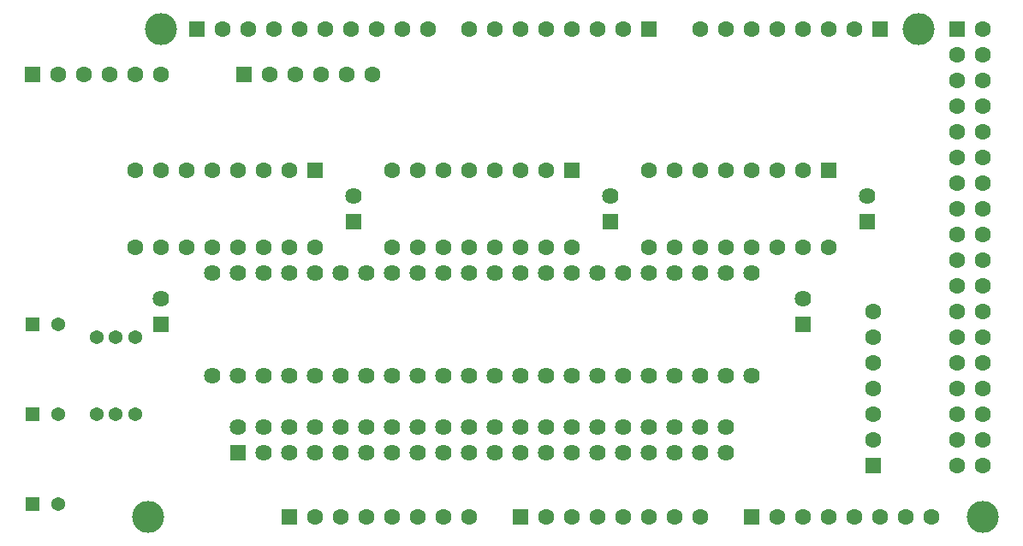
<source format=gbs>
G04 DipTrace 4.3.0.2*
G04 BottomMask.gbr*
%MOIN*%
G04 #@! TF.FileFunction,Soldermask,Bot*
G04 #@! TF.Part,Single*
%ADD26C,0.125*%
%ADD34C,0.054*%
%ADD36C,0.064*%
%ADD38C,0.063055*%
%ADD42R,0.063055X0.063055*%
%ADD44R,0.054X0.054*%
%ADD46C,0.054*%
%ADD48R,0.064X0.064*%
%ADD50C,0.064*%
%FSLAX26Y26*%
G04*
G70*
G90*
G75*
G01*
G04 BotMask*
%LPD*%
D50*
X3350000Y1350000D3*
D48*
Y1250000D3*
D50*
X2350000Y1350000D3*
D48*
Y1250000D3*
D50*
X1350000Y1350000D3*
D48*
Y1250000D3*
X600000Y850000D3*
D50*
Y950000D3*
D48*
X3100000Y850000D3*
D50*
Y950000D3*
D46*
X200000Y150000D3*
D44*
X100000D3*
D46*
X200000Y500000D3*
D44*
X100000D3*
D46*
X200000Y850000D3*
D44*
X100000D3*
D26*
X600000Y2000000D3*
X550000Y100000D3*
X3550000Y2000000D3*
X3800000Y100000D3*
D50*
X2800000Y350000D3*
X2700000D3*
X2600000D3*
X2500000D3*
X2400000D3*
X2300000D3*
X2200000D3*
X2100000D3*
X2000000D3*
X1900000D3*
X1800000D3*
X1700000D3*
X1600000D3*
X1500000D3*
X1400000D3*
X1300000D3*
X1200000D3*
X1100000D3*
X1000000D3*
D48*
X900000D3*
D50*
Y450000D3*
X1000000D3*
X1100000D3*
X1200000D3*
X1300000D3*
X1400000D3*
X1500000D3*
X1600000D3*
X1700000D3*
X1800000D3*
X1900000D3*
X2000000D3*
X2100000D3*
X2200000D3*
X2300000D3*
X2400000D3*
X2500000D3*
X2600000D3*
X2700000D3*
X2800000D3*
D42*
X2000000Y100000D3*
D38*
X2100000D3*
X2200000D3*
X2300000D3*
X2400000D3*
X2500000D3*
X2600000D3*
X2700000D3*
D42*
X1100000D3*
D38*
X1200000D3*
X1300000D3*
X1400000D3*
X1500000D3*
X1600000D3*
X1700000D3*
X1800000D3*
D42*
X2500000Y2000000D3*
D38*
X2400000D3*
X2300000D3*
X2200000D3*
X2100000D3*
X2000000D3*
X1900000D3*
X1800000D3*
D42*
X740000D3*
D38*
X840000D3*
X940000D3*
X1040000D3*
X1140000D3*
X1240000D3*
X1340000D3*
X1440000D3*
X1540000D3*
X1640000D3*
D42*
X2900000Y100000D3*
D38*
X3000000D3*
X3100000D3*
X3200000D3*
X3300000D3*
X3400000D3*
X3500000D3*
X3600000D3*
D42*
X3400000Y2000000D3*
D38*
X3300000D3*
X3200000D3*
X3100000D3*
X3000000D3*
X2900000D3*
X2800000D3*
X2700000D3*
D42*
X3700000D3*
D38*
X3800000D3*
X3700000Y1900000D3*
X3800000D3*
X3700000Y1800000D3*
X3800000D3*
X3700000Y1700000D3*
X3800000D3*
X3700000Y1600000D3*
X3800000D3*
X3700000Y1500000D3*
X3800000D3*
X3700000Y1400000D3*
X3800000D3*
X3700000Y1300000D3*
X3800000D3*
X3700000Y1200000D3*
X3800000D3*
X3700000Y1100000D3*
X3800000D3*
X3700000Y1000000D3*
X3800000D3*
X3700000Y900000D3*
X3800000D3*
X3700000Y800000D3*
X3800000D3*
X3700000Y700000D3*
X3800000D3*
X3700000Y600000D3*
X3800000D3*
X3700000Y500000D3*
X3800000D3*
X3700000Y400000D3*
X3800000D3*
X3700000Y300000D3*
X3800000D3*
D42*
X925000Y1825000D3*
D38*
X1025000D3*
X1125000D3*
X1225000D3*
X1325000D3*
X1425000D3*
D42*
X100000D3*
D38*
X200000D3*
X300000D3*
X400000D3*
X500000D3*
X600000D3*
D42*
X3375000Y300000D3*
D38*
Y400000D3*
Y500000D3*
Y600000D3*
Y700000D3*
Y800000D3*
Y900000D3*
D50*
X2900000Y1050000D3*
D36*
Y650000D3*
D50*
X2800000Y1050000D3*
D36*
Y650000D3*
D50*
X2600000Y1050000D3*
D36*
Y650000D3*
D50*
X2700000Y1050000D3*
D36*
Y650000D3*
D50*
X2500000Y1050000D3*
D36*
Y650000D3*
D50*
X2400000Y1050000D3*
D36*
Y650000D3*
D50*
X2200000Y1050000D3*
D36*
Y650000D3*
D50*
X2300000Y1050000D3*
D36*
Y650000D3*
D50*
X2100000Y1050000D3*
D36*
Y650000D3*
D50*
X1800000Y1050000D3*
D36*
Y650000D3*
D50*
X1900000Y1050000D3*
D36*
Y650000D3*
D50*
X1700000Y1050000D3*
D36*
Y650000D3*
D50*
X1600000Y1050000D3*
D36*
Y650000D3*
D50*
X1400000Y1050000D3*
D36*
Y650000D3*
D50*
X1500000Y1050000D3*
D36*
Y650000D3*
D50*
X1300000Y1050000D3*
D36*
Y650000D3*
D50*
X1200000Y1050000D3*
D36*
Y650000D3*
D50*
X1000000Y1050000D3*
D36*
Y650000D3*
D50*
X1100000Y1050000D3*
D36*
Y650000D3*
D50*
X900000Y1050000D3*
D36*
Y650000D3*
D50*
X800000Y1050000D3*
D36*
Y650000D3*
D50*
X2000000Y1050000D3*
D36*
Y650000D3*
D46*
X500000Y800000D3*
D34*
Y500000D3*
D46*
X425000Y800000D3*
D34*
Y500000D3*
D46*
X350000Y800000D3*
D34*
Y500000D3*
D42*
X3200000Y1450000D3*
D38*
X3100000D3*
X3000000D3*
X2900000D3*
X2800000D3*
X2700000D3*
X2600000D3*
X2500000D3*
Y1150000D3*
X2600000D3*
X2700000D3*
X2800000D3*
X2900000D3*
X3000000D3*
X3100000D3*
X3200000D3*
D42*
X2200000Y1450000D3*
D38*
X2100000D3*
X2000000D3*
X1900000D3*
X1800000D3*
X1700000D3*
X1600000D3*
X1500000D3*
Y1150000D3*
X1600000D3*
X1700000D3*
X1800000D3*
X1900000D3*
X2000000D3*
X2100000D3*
X2200000D3*
D42*
X1200000Y1450000D3*
D38*
X1100000D3*
X1000000D3*
X900000D3*
X800000D3*
X700000D3*
X600000D3*
X500000D3*
Y1150000D3*
X600000D3*
X700000D3*
X800000D3*
X900000D3*
X1000000D3*
X1100000D3*
X1200000D3*
M02*

</source>
